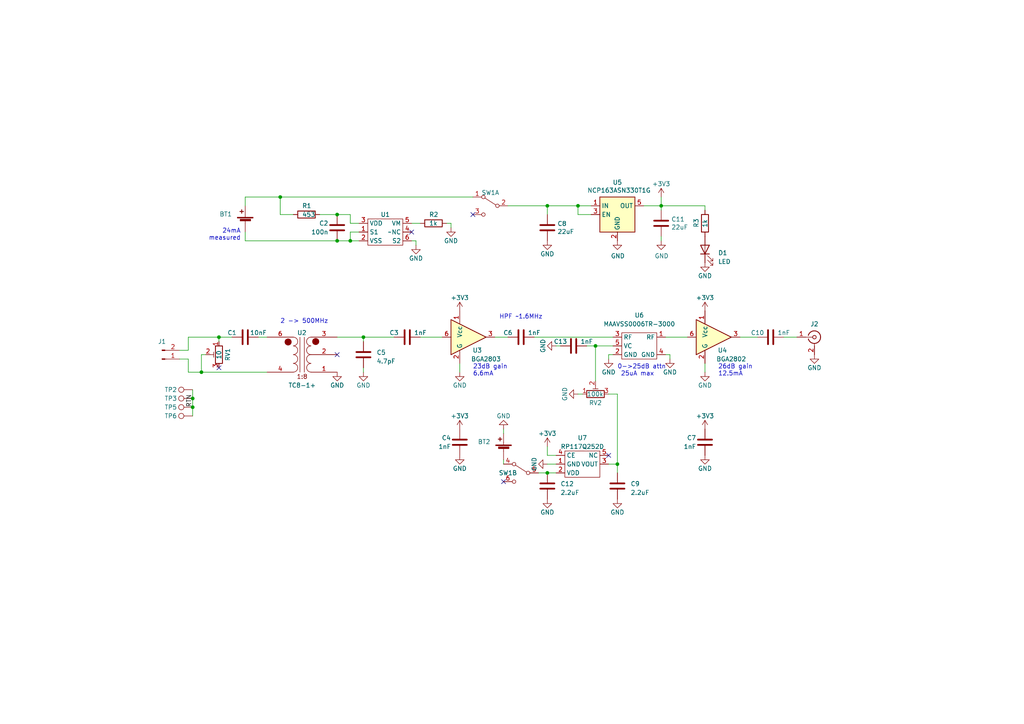
<source format=kicad_sch>
(kicad_sch (version 20230121) (generator eeschema)
  (paper "A4")
  (title_block (date "2023-03-21"))
  (lib_symbols
    (symbol "Connector:Conn_01x02_Pin" (pin_names (offset 1.016) hide)
      (property "Reference" "J" (at 0 2.54 0))
      (property "Value" "Conn_01x02_Pin" (at 0 -5.08 0))
      (symbol "Conn_01x02_Pin_1_1"
        (polyline (pts (xy 1.27 -2.54) (xy 0.8636 -2.54)) (stroke (width 0.1524)))
        (polyline (pts (xy 1.27 0) (xy 0.8636 0)) (stroke (width 0.1524)))
        (rectangle (start 0.8636 -2.413) (end 0 -2.667) (stroke (width 0.1524)) (fill (type outline)))
        (rectangle (start 0.8636 0.127) (end 0 -0.127) (stroke (width 0.1524)) (fill (type outline)))
        (pin passive line (at 5.08 0 180) (length 3.81) (name "Pin_1") (number "1"))
        (pin passive line (at 5.08 -2.54 180) (length 3.81) (name "Pin_2") (number "2"))
      )
    )
    (symbol "Connector:Conn_Coaxial" (pin_names (offset 1.016) hide)
      (property "Reference" "J" (at 0.254 3.048 0))
      (property "Value" "Conn_Coaxial" (at 2.921 0 90))
      (symbol "Conn_Coaxial_0_1"
        (arc (start -1.778 -0.508) (mid 0.2311 -1.8066) (end 1.778 0) (stroke (width 0.254)))
        (polyline (pts (xy -2.54 0) (xy -0.508 0)))
        (polyline (pts (xy 0 -2.54) (xy 0 -1.778)))
        (circle (center 0 0) (radius 0.508) (stroke (width 0.2032)))
        (arc (start 1.778 0) (mid 0.2099 1.8101) (end -1.778 0.508) (stroke (width 0.254)))
      )
      (symbol "Conn_Coaxial_1_1"
        (pin passive line (at -5.08 0 0) (length 2.54) (name "In") (number "1"))
        (pin passive line (at 0 -5.08 90) (length 2.54) (name "Ext") (number "2"))
      )
    )
    (symbol "Connector:TestPoint" (pin_numbers hide) (pin_names (offset 0.762) hide)
      (property "Reference" "TP" (at 0 6.858 0))
      (property "Value" "TestPoint" (at 0 5.08 0))
      (symbol "TestPoint_0_1"
        (circle (center 0 3.302) (radius 0.762))
      )
      (symbol "TestPoint_1_1"
        (pin passive line (at 0 0 90) (length 2.54) (name "1") (number "1"))
      )
    )
    (symbol "Device:Battery_Cell" (pin_numbers hide) (pin_names (offset 0) hide)
      (property "Reference" "BT" (at 2.54 2.54 0))
      (property "Value" "Battery_Cell" (at 2.54 0 0))
      (symbol "Battery_Cell_0_1"
        (rectangle (start -2.286 1.778) (end 2.286 1.524) (fill (type outline)))
        (rectangle (start -1.5748 1.1938) (end 1.4732 0.6858) (fill (type outline)))
        (polyline (pts (xy 0 0.762) (xy 0 0)))
        (polyline (pts (xy 0 1.778) (xy 0 2.54)))
        (polyline (pts (xy 0.508 3.429) (xy 1.524 3.429)) (stroke (width 0.254)))
        (polyline (pts (xy 1.016 3.937) (xy 1.016 2.921)) (stroke (width 0.254)))
      )
      (symbol "Battery_Cell_1_1"
        (pin passive line (at 0 5.08 270) (length 2.54) (name "+") (number "1"))
        (pin passive line (at 0 -2.54 90) (length 2.54) (name "-") (number "2"))
      )
    )
    (symbol "Device:C" (pin_numbers hide) (pin_names (offset 0.254))
      (property "Reference" "C" (at 0.635 2.54 0))
      (property "Value" "C" (at 0.635 -2.54 0))
      (symbol "C_0_1"
        (polyline (pts (xy -2.032 -0.762) (xy 2.032 -0.762)) (stroke (width 0.508)))
        (polyline (pts (xy -2.032 0.762) (xy 2.032 0.762)) (stroke (width 0.508)))
      )
      (symbol "C_1_1"
        (pin passive line (at 0 3.81 270) (length 2.794) (name "~") (number "1"))
        (pin passive line (at 0 -3.81 90) (length 2.794) (name "~") (number "2"))
      )
    )
    (symbol "Device:LED" (pin_numbers hide) (pin_names (offset 1.016) hide)
      (property "Reference" "D" (at 0 2.54 0))
      (property "Value" "LED" (at 0 -2.54 0))
      (symbol "LED_0_1"
        (polyline (pts (xy -1.27 -1.27) (xy -1.27 1.27)) (stroke (width 0.254)))
        (polyline (pts (xy -1.27 0) (xy 1.27 0)))
        (polyline (pts (xy 1.27 -1.27) (xy 1.27 1.27) (xy -1.27 0) (xy 1.27 -1.27)) (stroke (width 0.254)))
        (polyline (pts (xy -3.048 -0.762) (xy -4.572 -2.286) (xy -3.81 -2.286) (xy -4.572 -2.286) (xy -4.572 -1.524)))
        (polyline (pts (xy -1.778 -0.762) (xy -3.302 -2.286) (xy -2.54 -2.286) (xy -3.302 -2.286) (xy -3.302 -1.524)))
      )
      (symbol "LED_1_1"
        (pin passive line (at -3.81 0 0) (length 2.54) (name "K") (number "1"))
        (pin passive line (at 3.81 0 180) (length 2.54) (name "A") (number "2"))
      )
    )
    (symbol "Device:R" (pin_numbers hide) (pin_names (offset 0))
      (property "Reference" "R" (at 2.032 0 90))
      (property "Value" "R" (at 0 0 90))
      (symbol "R_0_1"
        (rectangle (start -1.016 -2.54) (end 1.016 2.54) (stroke (width 0.254)))
      )
      (symbol "R_1_1"
        (pin passive line (at 0 3.81 270) (length 1.27) (name "~") (number "1"))
        (pin passive line (at 0 -3.81 90) (length 1.27) (name "~") (number "2"))
      )
    )
    (symbol "Device:R_Potentiometer_Trim" (pin_names (offset 1.016) hide)
      (property "Reference" "RV" (at -4.445 0 90))
      (property "Value" "R_Potentiometer_Trim" (at -2.54 0 90))
      (symbol "R_Potentiometer_Trim_0_1"
        (polyline (pts (xy 1.524 0.762) (xy 1.524 -0.762)))
        (polyline (pts (xy 2.54 0) (xy 1.524 0)))
        (rectangle (start 1.016 2.54) (end -1.016 -2.54) (stroke (width 0.254)))
      )
      (symbol "R_Potentiometer_Trim_1_1"
        (pin passive line (at 0 3.81 270) (length 1.27) (name "1") (number "1"))
        (pin passive line (at 3.81 0 180) (length 1.27) (name "2") (number "2"))
        (pin passive line (at 0 -3.81 90) (length 1.27) (name "3") (number "3"))
      )
    )
    (symbol "RF_Amplifier:BGA2803"
      (property "Reference" "U" (at 2.54 6.35 0))
      (property "Value" "BGA2803" (at 3.81 3.81 0))
      (symbol "BGA2803_0_1"
        (polyline (pts (xy 5.08 0) (xy -5.08 5.08) (xy -5.08 -5.08) (xy 5.08 0)) (stroke (width 0.254)) (fill (type background)))
      )
      (symbol "BGA2803_1_1"
        (pin power_in line (at -2.54 7.62 270) (length 3.81) (name "Vcc") (number "1"))
        (pin power_in line (at -2.54 -7.62 90) (length 3.81) (name "G") (number "2"))
        (pin output line (at 7.62 0 180) (length 2.54) (name "~") (number "3"))
        (pin passive line (at -2.54 -7.62 90) (length 3.81) hide (name "G") (number "4"))
        (pin passive line (at -2.54 -7.62 90) (length 3.81) hide (name "G") (number "5"))
        (pin input line (at -7.62 0 0) (length 2.54) (name "~") (number "6"))
      )
    )
    (symbol "Regulator_Linear:NCP718xSN330"
      (property "Reference" "U" (at -3.81 6.35 0))
      (property "Value" "NCP718xSN330" (at 6.35 6.35 0))
      (symbol "NCP718xSN330_0_1"
        (rectangle (start -5.08 -5.08) (end 5.08 5.08) (stroke (width 0.254)) (fill (type background)))
        (pin power_in line (at -7.62 2.54 0) (length 2.54) (name "IN") (number "1"))
        (pin power_in line (at 0 -7.62 90) (length 2.54) (name "GND") (number "2"))
        (pin input line (at -7.62 0 0) (length 2.54) (name "EN") (number "3"))
        (pin no_connect line (at 5.08 0 180) (length 2.54) hide (name "NC") (number "4"))
        (pin power_out line (at 7.62 2.54 180) (length 2.54) (name "OUT") (number "5"))
      )
    )
    (symbol "Switch:SW_DPDT_x2" (pin_names (offset 0) hide)
      (property "Reference" "SW" (at 0 4.318 0))
      (property "Value" "SW_DPDT_x2" (at 0 -5.08 0))
      (symbol "SW_DPDT_x2_0_0"
        (circle (center -2.032 0) (radius 0.508))
        (circle (center 2.032 -2.54) (radius 0.508))
      )
      (symbol "SW_DPDT_x2_0_1"
        (polyline (pts (xy -1.524 0.254) (xy 1.651 2.286)))
        (circle (center 2.032 2.54) (radius 0.508))
      )
      (symbol "SW_DPDT_x2_1_1"
        (pin passive line (at 5.08 2.54 180) (length 2.54) (name "A") (number "1"))
        (pin passive line (at -5.08 0 0) (length 2.54) (name "B") (number "2"))
        (pin passive line (at 5.08 -2.54 180) (length 2.54) (name "C") (number "3"))
      )
      (symbol "SW_DPDT_x2_2_1"
        (pin passive line (at 5.08 2.54 180) (length 2.54) (name "A") (number "4"))
        (pin passive line (at -5.08 0 0) (length 2.54) (name "B") (number "5"))
        (pin passive line (at 5.08 -2.54 180) (length 2.54) (name "C") (number "6"))
      )
    )
    (symbol "lib:AP9211"
      (property "Reference" "U?" (at -3.81 5.08 0))
      (symbol "AP9211_0_1"
        (rectangle (start -5.08 3.81) (end 5.08 -3.81))
      )
      (symbol "AP9211_1_1"
        (pin passive line (at -7.62 0 0) (length 2.54) (name "S1") (number "1"))
        (pin passive line (at -7.62 -2.54 0) (length 2.54) (name "VSS") (number "2"))
        (pin passive line (at -7.62 2.54 0) (length 2.54) (name "VDD") (number "3"))
        (pin passive line (at 7.62 0 180) (length 2.54) (name "NC") (number "4"))
        (pin passive line (at 7.62 2.54 180) (length 2.54) (name "VM") (number "5"))
        (pin passive line (at 7.62 -2.54 180) (length 2.54) (name "S2") (number "6"))
      )
    )
    (symbol "lib:MAAVSS0006TR-3000"
      (property "Reference" "U" (at -3.81 5.08 0))
      (property "Value" "MAAVSS0006TR-3000" (at 0 -5.08 0))
      (symbol "MAAVSS0006TR-3000_0_1"
        (rectangle (start -5.08 3.81) (end 5.08 -3.81))
      )
      (symbol "MAAVSS0006TR-3000_1_1"
        (pin bidirectional line (at 7.62 2.54 180) (length 2.54) (name "RF") (number "1"))
        (pin power_in line (at -7.62 -2.54 0) (length 2.54) (name "GND") (number "2"))
        (pin bidirectional line (at -7.62 2.54 0) (length 2.54) (name "RF") (number "3"))
        (pin power_in line (at 7.62 -2.54 180) (length 2.54) (name "GND") (number "4"))
        (pin passive line (at -7.62 0 0) (length 2.54) (name "VC") (number "5"))
      )
    )
    (symbol "lib:RP117Q252D"
      (property "Reference" "U" (at -3.81 5.08 0))
      (property "Value" "RP117Q252D" (at 0 -5.08 0))
      (symbol "RP117Q252D_0_1"
        (rectangle (start -5.08 3.81) (end 5.08 -3.81))
      )
      (symbol "RP117Q252D_1_1"
        (pin passive line (at -7.62 0 0) (length 2.54) (name "GND") (number "1"))
        (pin passive line (at -7.62 -2.54 0) (length 2.54) (name "VDD") (number "2"))
        (pin passive line (at 7.62 0 180) (length 2.54) (name "VOUT") (number "3"))
        (pin passive line (at -7.62 2.54 0) (length 2.54) (name "CE") (number "4"))
        (pin passive line (at 7.62 2.54 180) (length 2.54) (name "NC") (number "5"))
      )
    )
    (symbol "lib:TC8-1+"
      (property "Reference" "U" (at -2.54 7.62 0))
      (symbol "TC8-1+_0_1"
        (arc (start -2.54 -5.0546) (mid -1.6599 -4.6901) (end -1.27 -3.81))
        (arc (start -2.54 -2.5146) (mid -1.6599 -2.1501) (end -1.27 -1.27))
        (arc (start -2.54 0.0254) (mid -1.6599 0.3899) (end -1.27 1.27))
        (arc (start -2.54 2.5654) (mid -1.6599 2.9299) (end -1.27 3.81))
        (arc (start -1.27 -3.81) (mid -1.642 -2.912) (end -2.54 -2.54))
        (arc (start -1.27 -1.27) (mid -1.642 -0.372) (end -2.54 0))
        (arc (start -1.27 1.27) (mid -1.642 2.168) (end -2.54 2.54))
        (arc (start -1.27 3.81) (mid -1.642 4.708) (end -2.54 5.08))
        (polyline (pts (xy -0.635 5.08) (xy -0.635 -5.08)))
        (polyline (pts (xy 0.635 -5.08) (xy 0.635 5.08)))
        (arc (start 1.2954 -1.27) (mid 1.6599 -2.1501) (end 2.54 -2.5146))
        (arc (start 1.2954 1.27) (mid 1.6599 0.3899) (end 2.54 0.0254))
        (arc (start 1.2954 3.81) (mid 1.6599 2.9299) (end 2.54 2.5654))
        (arc (start 1.3208 -3.81) (mid 1.6853 -4.6901) (end 2.5654 -5.0546))
        (arc (start 2.54 0) (mid 1.642 -0.372) (end 1.2954 -1.27))
        (arc (start 2.54 2.54) (mid 1.642 2.168) (end 1.2954 1.27))
        (arc (start 2.54 5.08) (mid 1.642 4.708) (end 1.2954 3.81))
        (arc (start 2.5654 -2.54) (mid 1.6674 -2.912) (end 1.3208 -3.81))
      )
      (symbol "TC8-1+_1_1"
        (circle (center -4.064 3.683) (radius 0.508) (stroke (width 1)))
        (circle (center 3.937 3.81) (radius 0.508) (stroke (width 1)))
        (text "1:8" (at 0 -6.35 0) (effects (font (size 1.27 1.27))))
        (pin passive line (at 10.16 -5.08 180) (length 7.62) (name "") (number "1"))
        (pin passive line (at 10.16 0 180) (length 7.62) (name "") (number "2"))
        (pin passive line (at 10.16 5.08 180) (length 7.62) (name "") (number "3"))
        (pin passive line (at -10.16 -5.08 0) (length 7.62) (name "") (number "4"))
        (pin passive line (at -10.16 5.08 0) (length 7.62) (name "") (number "6"))
      )
    )
    (symbol "power:+3V3" (power) (pin_names (offset 0))
      (property "Value" "+3V3" (at 0 3.556 0))
      (symbol "+3V3_0_1"
        (polyline (pts (xy -0.762 1.27) (xy 0 2.54)))
        (polyline (pts (xy 0 0) (xy 0 2.54)))
        (polyline (pts (xy 0 2.54) (xy 0.762 1.27)))
      )
      (symbol "+3V3_1_1"
        (pin power_in line (at 0 0 90) (length 0) hide (name "+3V3") (number "1"))
      )
    )
    (symbol "power:GND" (power) (pin_names (offset 0))
      (property "Value" "GND" (at 0 -3.81 0))
      (symbol "GND_0_1"
        (polyline (pts (xy 0 0) (xy 0 -1.27) (xy 1.27 -1.27) (xy 0 -2.54) (xy -1.27 -1.27) (xy 0 -1.27)))
      )
      (symbol "GND_1_1"
        (pin power_in line (at 0 0 270) (length 0) hide (name "GND") (number "1"))
      )
    )
  )
  (junction (at 158.75 137.16))
  (junction (at 55.88 115.57))
  (junction (at 58.42 107.95))
  (junction (at 158.75 59.69))
  (junction (at 63.5 97.79))
  (junction (at 97.79 69.85))
  (junction (at 81.28 57.15))
  (junction (at 97.79 62.23))
  (junction (at 167.64 59.69))
  (junction (at 101.6 69.85))
  (junction (at 191.77 59.69))
  (junction (at 55.88 118.11))
  (junction (at 179.07 134.62))
  (junction (at 105.41 97.79))
  (junction (at 172.72 100.33))
  (no_connect (at 137.16 62.23))
  (no_connect (at 97.79 102.87))
  (no_connect (at 146.05 139.7))
  (no_connect (at 176.53 132.08))
  (no_connect (at 119.38 67.31))
  (no_connect (at 63.5 106.68))
  (wire (pts (xy 194.31 102.87) (xy 194.31 104.14)))
  (wire (pts (xy 176.53 114.3) (xy 179.07 114.3)))
  (wire (pts (xy 97.79 62.23) (xy 101.6 62.23)))
  (wire (pts (xy 227.33 97.79) (xy 231.14 97.79)))
  (wire (pts (xy 71.12 69.85) (xy 71.12 67.31)))
  (wire (pts (xy 191.77 69.85) (xy 191.77 68.58)))
  (wire (pts (xy 158.75 134.62) (xy 161.29 134.62)))
  (wire (pts (xy 147.32 59.69) (xy 158.75 59.69)))
  (wire (pts (xy 105.41 97.79) (xy 114.3 97.79)))
  (wire (pts (xy 92.71 62.23) (xy 97.79 62.23)))
  (wire (pts (xy 63.5 97.79) (xy 63.5 99.06)))
  (wire (pts (xy 193.04 102.87) (xy 194.31 102.87)))
  (wire (pts (xy 59.69 102.87) (xy 58.42 102.87)))
  (wire (pts (xy 167.64 62.23) (xy 167.64 59.69)))
  (wire (pts (xy 55.88 115.57) (xy 55.88 118.11)))
  (wire (pts (xy 204.47 60.96) (xy 204.47 59.69)))
  (wire (pts (xy 129.54 64.77) (xy 130.81 64.77)))
  (wire (pts (xy 81.28 57.15) (xy 137.16 57.15)))
  (wire (pts (xy 120.65 69.85) (xy 120.65 71.12)))
  (wire (pts (xy 58.42 102.87) (xy 58.42 107.95)))
  (wire (pts (xy 71.12 69.85) (xy 97.79 69.85)))
  (wire (pts (xy 167.64 59.69) (xy 171.45 59.69)))
  (wire (pts (xy 158.75 132.08) (xy 158.75 129.54)))
  (wire (pts (xy 54.61 97.79) (xy 63.5 97.79)))
  (wire (pts (xy 55.88 113.03) (xy 55.88 115.57)))
  (wire (pts (xy 170.18 100.33) (xy 172.72 100.33)))
  (wire (pts (xy 179.07 134.62) (xy 179.07 137.16)))
  (wire (pts (xy 104.14 67.31) (xy 101.6 67.31)))
  (wire (pts (xy 161.29 132.08) (xy 158.75 132.08)))
  (wire (pts (xy 204.47 105.41) (xy 204.47 107.95)))
  (wire (pts (xy 54.61 101.6) (xy 54.61 97.79)))
  (wire (pts (xy 191.77 59.69) (xy 186.69 59.69)))
  (wire (pts (xy 105.41 106.68) (xy 105.41 107.95)))
  (wire (pts (xy 158.75 59.69) (xy 158.75 62.23)))
  (wire (pts (xy 179.07 114.3) (xy 179.07 134.62)))
  (wire (pts (xy 119.38 64.77) (xy 121.92 64.77)))
  (wire (pts (xy 52.07 101.6) (xy 54.61 101.6)))
  (wire (pts (xy 55.88 118.11) (xy 55.88 120.65)))
  (wire (pts (xy 133.35 105.41) (xy 133.35 107.95)))
  (wire (pts (xy 101.6 67.31) (xy 101.6 69.85)))
  (wire (pts (xy 121.92 97.79) (xy 128.27 97.79)))
  (wire (pts (xy 97.79 69.85) (xy 101.6 69.85)))
  (wire (pts (xy 54.61 107.95) (xy 58.42 107.95)))
  (wire (pts (xy 130.81 64.77) (xy 130.81 66.04)))
  (wire (pts (xy 177.8 102.87) (xy 176.53 102.87)))
  (wire (pts (xy 161.29 100.33) (xy 162.56 100.33)))
  (wire (pts (xy 85.09 62.23) (xy 81.28 62.23)))
  (wire (pts (xy 191.77 60.96) (xy 191.77 59.69)))
  (wire (pts (xy 146.05 124.46) (xy 146.05 125.73)))
  (wire (pts (xy 119.38 69.85) (xy 120.65 69.85)))
  (wire (pts (xy 191.77 59.69) (xy 191.77 57.15)))
  (wire (pts (xy 193.04 97.79) (xy 199.39 97.79)))
  (wire (pts (xy 143.51 97.79) (xy 147.32 97.79)))
  (wire (pts (xy 74.93 97.79) (xy 77.47 97.79)))
  (wire (pts (xy 158.75 137.16) (xy 161.29 137.16)))
  (wire (pts (xy 172.72 110.49) (xy 172.72 100.33)))
  (wire (pts (xy 191.77 59.69) (xy 204.47 59.69)))
  (wire (pts (xy 105.41 97.79) (xy 105.41 99.06)))
  (wire (pts (xy 71.12 57.15) (xy 71.12 59.69)))
  (wire (pts (xy 154.94 97.79) (xy 177.8 97.79)))
  (wire (pts (xy 101.6 64.77) (xy 104.14 64.77)))
  (wire (pts (xy 172.72 100.33) (xy 177.8 100.33)))
  (wire (pts (xy 214.63 97.79) (xy 219.71 97.79)))
  (wire (pts (xy 101.6 62.23) (xy 101.6 64.77)))
  (wire (pts (xy 58.42 107.95) (xy 77.47 107.95)))
  (wire (pts (xy 158.75 59.69) (xy 167.64 59.69)))
  (wire (pts (xy 63.5 97.79) (xy 67.31 97.79)))
  (wire (pts (xy 54.61 104.14) (xy 52.07 104.14)))
  (wire (pts (xy 176.53 102.87) (xy 176.53 104.14)))
  (wire (pts (xy 97.79 97.79) (xy 105.41 97.79)))
  (wire (pts (xy 171.45 62.23) (xy 167.64 62.23)))
  (wire (pts (xy 146.05 133.35) (xy 146.05 134.62)))
  (wire (pts (xy 179.07 134.62) (xy 176.53 134.62)))
  (wire (pts (xy 167.64 114.3) (xy 168.91 114.3)))
  (wire (pts (xy 101.6 69.85) (xy 104.14 69.85)))
  (wire (pts (xy 54.61 107.95) (xy 54.61 104.14)))
  (wire (pts (xy 156.21 137.16) (xy 158.75 137.16)))
  (wire (pts (xy 81.28 62.23) (xy 81.28 57.15)))
  (wire (pts (xy 71.12 57.15) (xy 81.28 57.15)))
  (text "23dB gain\n6.6mA" (at 137.16 109.22 0) (effects (font (size 1.27 1.27)) (justify left bottom)))
  (text "HPF ~1.6MHz" (at 144.78 92.71 0) (effects (font (size 1.27 1.27)) (justify left bottom)))
  (text "0->25dB attn\n 25uA max" (at 179.07 109.22 0) (effects (font (size 1.27 1.27)) (justify left bottom)))
  (text "24mA\nmeasured" (at 69.85 69.85 0) (effects (font (size 1.27 1.27)) (justify right bottom)))
  (text "2 -> 500MHz" (at 81.28 93.98 0) (effects (font (size 1.27 1.27)) (justify left bottom)))
  (text "26dB gain\n12.5mA" (at 208.28 109.22 0) (effects (font (size 1.27 1.27)) (justify left bottom)))
  (label "RTN" (at 55.88 118.11 90))
  (symbol (lib_id "power:+3V3") (at 133.35 90.17 0) (unit 1)
    (property "Reference" "#PWR07" (effects hide))
    (property "Value" "+3V3" (at 133.35 86.36 0))
  )
  (symbol (lib_id "power:GND") (at 204.47 76.2 0) (unit 1)
    (property "Reference" "#PWR011" (effects hide))
    (property "Value" "GND" (at 204.47 80.01 0))
  )
  (symbol (lib_id "Connector:Conn_Coaxial") (at 236.22 97.79 0) (unit 1)
    (property "Reference" "J2" (at 236.22 93.98 0))
    (property "Value" "COAX" (effects hide))
    (property "Footprint" "library:SMA_ALIEXPRESS" (effects hide))
    (property "Datasheet" " ~" (effects hide))
    (property "Field4" "https://www.aliexpress.com/item/1005001943804637.html" (effects hide))
  )
  (symbol (lib_id "Connector:Conn_01x02_Pin") (at 46.99 104.14 0) (mirror x) (unit 1)
    (property "Reference" "J1" (at 46.99 99.06 0))
    (property "Value" "Conn_01x02_Pin" (effects hide))
    (property "Footprint" "Connector_PinHeader_2.54mm:PinHeader_1x02_P2.54mm_Horizontal" (effects hide))
    (property "Field4" "https://www.digikey.com/en/products/detail/amphenol-cs-fci/10129379-902002BLF/7915978" (effects hide))
  )
  (symbol (lib_id "Connector:TestPoint") (at 55.88 120.65 90) (mirror x) (unit 1)
    (property "Reference" "TP6" (at 49.53 120.65 90))
    (property "Value" "TestPoint" (effects hide))
    (property "Footprint" "TestPoint:TestPoint_Pad_2.0x2.0mm" (effects hide))
  )
  (symbol (lib_id "Device:C") (at 133.35 128.27 0) (mirror y) (unit 1)
    (property "Reference" "C4" (at 130.81 127 0) (effects (justify left)))
    (property "Value" "1nF" (at 130.81 129.54 0) (effects (justify left)))
    (property "Footprint" "Capacitor_SMD:C_0402_1005Metric" (effects hide))
    (property "Field4" "https://www.digikey.com/en/products/detail/murata-electronics/GCM155R71H102KA37D/1641635" (effects hide))
  )
  (symbol (lib_id "power:GND") (at 204.47 107.95 0) (unit 1)
    (property "Reference" "#PWR015" (effects hide))
    (property "Value" "GND" (at 204.47 111.76 0))
  )
  (symbol (lib_id "power:+3V3") (at 204.47 90.17 0) (unit 1)
    (property "Reference" "#PWR014" (effects hide))
    (property "Value" "+3V3" (at 204.47 86.36 0))
  )
  (symbol (lib_id "Connector:TestPoint") (at 55.88 113.03 90) (unit 1)
    (property "Reference" "TP2" (at 49.53 113.03 90))
    (property "Value" "TestPoint" (effects hide))
    (property "Footprint" "TestPoint:TestPoint_Pad_2.0x2.0mm" (effects hide))
  )
  (symbol (lib_id "lib:RP117Q252D") (at 168.91 134.62 0) (unit 1)
    (property "Reference" "U7" (at 168.91 127 0))
    (property "Value" "RP117Q252D" (at 168.91 129.54 0))
    (property "Footprint" "Package_TO_SOT_SMD:SOT-353_SC-70-5" (effects hide))
    (property "Field4" "https://www.digikey.com/en/products/detail/nisshinbo-micro-devices-inc/RP117Q252D-TR-FE/10216288" (effects hide))
  )
  (symbol (lib_id "Switch:SW_DPDT_x2") (at 142.24 59.69 0) (mirror y) (unit 1)
    (property "Reference" "SW1" (at 142.24 55.88 0))
    (property "Value" "SW_DPDT_x2" (effects hide))
    (property "Footprint" "Button_Switch_SMD:SW_DPDT_CK_JS202011JCQN" (effects hide))
    (property "Field4" "https://www.digikey.com/en/products/detail/c-k/JS202011JCQN/6137630" (effects hide))
  )
  (symbol (lib_id "Device:C") (at 71.12 97.79 90) (unit 1)
    (property "Reference" "C1" (at 67.31 96.52 90))
    (property "Value" "10nF" (at 74.93 96.52 90))
    (property "Footprint" "Capacitor_SMD:C_0402_1005Metric" (effects hide))
    (property "Field4" "https://www.digikey.com/en/products/detail/murata-electronics/GCM155R71H103KA55D/1641636" (effects hide))
  )
  (symbol (lib_id "power:GND") (at 158.75 134.62 270) (unit 1)
    (property "Reference" "#PWR023" (effects hide))
    (property "Value" "GND" (at 154.94 134.62 0))
  )
  (symbol (lib_id "power:GND") (at 204.47 132.08 0) (unit 1)
    (property "Reference" "#PWR013" (effects hide))
    (property "Value" "GND" (at 204.47 135.89 0))
  )
  (symbol (lib_id "power:+3V3") (at 191.77 57.15 0) (unit 1)
    (property "Reference" "#PWR021" (effects hide))
    (property "Value" "+3V3" (at 191.77 53.34 0))
  )
  (symbol (lib_id "Device:C") (at 166.37 100.33 90) (unit 1)
    (property "Reference" "C13" (at 162.56 99.06 90))
    (property "Value" "1nF" (at 170.18 99.06 90))
    (property "Footprint" "Capacitor_SMD:C_0402_1005Metric" (effects hide))
    (property "Field4" "https://www.digikey.com/en/products/detail/murata-electronics/GCM155R71H102KA37D/1641635" (effects hide))
  )
  (symbol (lib_id "Device:C") (at 204.47 128.27 0) (mirror y) (unit 1)
    (property "Reference" "C7" (at 201.93 127 0) (effects (justify left)))
    (property "Value" "1nF" (at 201.93 129.54 0) (effects (justify left)))
    (property "Footprint" "Capacitor_SMD:C_0402_1005Metric" (effects hide))
    (property "Field4" "https://www.digikey.com/en/products/detail/murata-electronics/GCM155R71H102KA37D/1641635" (effects hide))
  )
  (symbol (lib_id "Device:C") (at 179.07 140.97 0) (unit 1)
    (property "Reference" "C9" (at 182.88 140.335 0) (effects (justify left)))
    (property "Value" "2.2uF" (at 182.88 142.875 0) (effects (justify left)))
    (property "Footprint" "Capacitor_SMD:C_0402_1005Metric" (effects hide))
    (property "Field4" "https://www.digikey.com/en/products/detail/murata-electronics/GRM155R61E225ME11D/4905145" (effects hide))
  )
  (symbol (lib_id "Device:LED") (at 204.47 72.39 90) (unit 1)
    (property "Reference" "D1" (at 208.28 73.3425 90) (effects (justify right)))
    (property "Value" "LED" (at 208.28 75.8825 90) (effects (justify right)))
    (property "Footprint" "LED_SMD:LED_0603_1608Metric" (effects hide))
    (property "Field4" "https://www.digikey.com/en/products/detail/lumex-opto-components-inc/SML-LX0603GW-TR/304359" (effects hide))
  )
  (symbol (lib_id "Switch:SW_DPDT_x2") (at 151.13 137.16 0) (mirror y) (unit 2)
    (property "Reference" "SW1" (at 147.32 137.16 0))
    (property "Value" "SW_DPDT_x2" (effects hide))
    (property "Footprint" "Button_Switch_SMD:SW_DPDT_CK_JS202011JCQN" (effects hide))
    (property "Field4" "https://www.digikey.com/en/products/detail/c-k/JS202011JCQN/6137630" (effects hide))
  )
  (symbol (lib_id "power:GND") (at 167.64 114.3 270) (unit 1)
    (property "Reference" "#PWR018" (effects hide))
    (property "Value" "GND" (at 163.83 114.3 0))
  )
  (symbol (lib_id "Connector:TestPoint") (at 55.88 118.11 90) (mirror x) (unit 1)
    (property "Reference" "TP5" (at 49.53 118.11 90))
    (property "Value" "TestPoint" (effects hide))
    (property "Footprint" "TestPoint:TestPoint_Pad_2.0x2.0mm" (effects hide))
  )
  (symbol (lib_id "power:GND") (at 158.75 69.85 0) (unit 1)
    (property "Reference" "#PWR016" (effects hide))
    (property "Value" "GND" (at 158.75 73.66 0))
  )
  (symbol (lib_id "power:+3V3") (at 158.75 129.54 0) (unit 1)
    (property "Reference" "#PWR024" (effects hide))
    (property "Value" "+3V3" (at 158.75 125.73 0))
  )
  (symbol (lib_id "Regulator_Linear:NCP718xSN330") (at 179.07 62.23 0) (unit 1)
    (property "Reference" "U5" (at 179.07 52.9082 0))
    (property "Value" " NCP163ASN330T1G" (at 179.07 55.2196 0))
    (property "Footprint" "Package_TO_SOT_SMD:SOT-23-5" (effects hide))
    (property "Datasheet" "https://www.onsemi.com/pub/Collateral/NCP718-D.PDF" (effects hide))
    (property "Field4" "https://www.digikey.com/product-detail/en/on-semiconductor/NCP163ASN330T1G/NCP163ASN330T1GOSCT-ND/10233513" (effects hide))
  )
  (symbol (lib_id "Device:Battery_Cell") (at 71.12 64.77 0) (mirror y) (unit 1)
    (property "Reference" "BT1" (at 67.31 62.103 0) (effects (justify left)))
    (property "Value" "Battery_Cell" (effects hide))
    (property "Footprint" "Connector_PinHeader_2.54mm:PinHeader_1x02_P2.54mm_Vertical" (effects hide))
    (property "Field4" "https://www.aliexpress.com/item/1005005084346241.html" (effects hide))
  )
  (symbol (lib_id "Device:C") (at 118.11 97.79 90) (unit 1)
    (property "Reference" "C3" (at 114.3 96.52 90))
    (property "Value" "1nF" (at 121.92 96.52 90))
    (property "Footprint" "Capacitor_SMD:C_0402_1005Metric" (effects hide))
    (property "Field4" "https://www.digikey.com/en/products/detail/murata-electronics/GCM155R71H102KA37D/1641635" (effects hide))
  )
  (symbol (lib_id "power:+3V3") (at 204.47 124.46 0) (unit 1)
    (property "Reference" "#PWR012" (effects hide))
    (property "Value" "+3V3" (at 204.47 120.65 0))
  )
  (symbol (lib_id "Device:C") (at 97.79 66.04 0) (mirror y) (unit 1)
    (property "Reference" "C2" (at 95.25 64.77 0) (effects (justify left)))
    (property "Value" "100n" (at 95.25 67.31 0) (effects (justify left)))
    (property "Footprint" "Capacitor_SMD:C_0402_1005Metric" (effects hide))
    (property "Field4" "https://www.digikey.com/en/products/detail/kyocera-avx/0402YC104KAT2A/3080100" (effects hide))
  )
  (symbol (lib_id "Device:R") (at 204.47 64.77 0) (unit 1)
    (property "Reference" "R3" (at 201.93 66.04 90) (effects (justify left)))
    (property "Value" "1k" (at 204.47 66.04 90) (effects (justify left)))
    (property "Footprint" "Resistor_SMD:R_0402_1005Metric" (effects hide))
    (property "Field4" "https://www.digikey.com/en/products/detail/stackpole-electronics-inc/RMCF0402FT1K00/1761754" (effects hide))
  )
  (symbol (lib_id "Device:C") (at 191.77 64.77 0) (unit 1)
    (property "Reference" "C11" (at 194.691 63.6016 0) (effects (justify left)))
    (property "Value" "22uF" (at 194.691 65.913 0) (effects (justify left)))
    (property "Footprint" "Capacitor_SMD:C_0805_2012Metric" (effects hide))
    (property "Field4" "https://www.digikey.com/product-detail/en/samsung-electro-mechanics/CL21A226MOCLRNC/1276-6780-1-ND/5961639" (effects hide))
  )
  (symbol (lib_id "power:GND") (at 133.35 107.95 0) (unit 1)
    (property "Reference" "#PWR08" (effects hide))
    (property "Value" "GND" (at 133.35 111.76 0))
  )
  (symbol (lib_id "Device:R_Potentiometer_Trim") (at 172.72 114.3 90) (unit 1)
    (property "Reference" "RV2" (at 170.815 116.84 90) (effects (justify right)))
    (property "Value" "100k" (at 170.18 114.3 90) (effects (justify right)))
    (property "Footprint" "Potentiometer_SMD:Potentiometer_Bourns_3314J_Vertical" (effects hide))
    (property "Field4" "https://www.digikey.com/en/products/detail/bourns-inc/3314J-1-104E/86669" (effects hide))
  )
  (symbol (lib_id "lib:TC8-1+") (at 87.63 102.87 0) (unit 1)
    (property "Reference" "U2" (at 87.5665 96.52 0))
    (property "Value" "TC8-1+" (at 87.63 111.76 0))
    (property "Footprint" "library:TC2-72T+" (effects hide))
    (property "Field4" "https://www.digikey.com/en/products/detail/mini-circuits/TC8-1/13926976" (effects hide))
  )
  (symbol (lib_id "Device:C") (at 158.75 66.04 0) (unit 1)
    (property "Reference" "C8" (at 161.671 64.8716 0) (effects (justify left)))
    (property "Value" "22uF" (at 161.671 67.183 0) (effects (justify left)))
    (property "Footprint" "Capacitor_SMD:C_0805_2012Metric" (effects hide))
    (property "Field4" "https://www.digikey.com/product-detail/en/samsung-electro-mechanics/CL21A226MOCLRNC/1276-6780-1-ND/5961639" (effects hide))
  )
  (symbol (lib_id "power:GND") (at 105.41 107.95 0) (unit 1)
    (property "Reference" "#PWR04" (effects hide))
    (property "Value" "GND" (at 105.41 111.76 0))
  )
  (symbol (lib_id "power:GND") (at 194.31 104.14 0) (unit 1)
    (property "Reference" "#PWR09" (effects hide))
    (property "Value" "GND" (at 194.31 107.95 0))
  )
  (symbol (lib_id "lib:AP9211") (at 111.76 67.31 0) (unit 1)
    (property "Reference" "U1" (at 111.76 62.23 0))
    (property "Value" "~" (at 113.03 67.31 0))
    (property "Footprint" "library:UDFN-6-1EP_3x2mm_P0.6mm_EP1.7x1.7mm" (effects hide))
    (property "Field4" "https://www.digikey.com/en/products/detail/diodes-incorporated/AP9211SA-AH-HAC-7/5126828" (effects hide))
  )
  (symbol (lib_id "Device:Battery_Cell") (at 146.05 130.81 0) (mirror y) (unit 1)
    (property "Reference" "BT2" (at 142.24 128.143 0) (effects (justify left)))
    (property "Value" "Battery_Cell" (effects hide))
    (property "Footprint" "library:CR1220_THZ_HOLDER" (effects hide))
    (property "Field4" "https://www.aliexpress.com/item/1005005296534801.html" (effects hide))
  )
  (symbol (lib_id "Device:R") (at 125.73 64.77 270) (unit 1)
    (property "Reference" "R2" (at 124.46 62.23 90) (effects (justify left)))
    (property "Value" "1k" (at 124.46 64.77 90) (effects (justify left)))
    (property "Footprint" "Resistor_SMD:R_0402_1005Metric" (effects hide))
    (property "Field4" "https://www.digikey.com/en/products/detail/stackpole-electronics-inc/RMCF0402FT1K00/1761754" (effects hide))
  )
  (symbol (lib_id "power:GND") (at 120.65 71.12 0) (unit 1)
    (property "Reference" "#PWR01" (effects hide))
    (property "Value" "GND" (at 120.65 74.93 0))
  )
  (symbol (lib_id "Device:C") (at 105.41 102.87 0) (unit 1)
    (property "Reference" "C5" (at 109.22 102.235 0) (effects (justify left)))
    (property "Value" "4.7pF" (at 109.22 104.775 0) (effects (justify left)))
    (property "Footprint" "Capacitor_SMD:C_0402_1005Metric" (effects hide))
    (property "Field4" "https://www.digikey.com/en/products/detail/murata-electronics/GRM1555C1H4R7CA01D/3175193" (effects hide))
  )
  (symbol (lib_id "Device:C") (at 158.75 140.97 0) (unit 1)
    (property "Reference" "C12" (at 162.56 140.335 0) (effects (justify left)))
    (property "Value" "2.2uF" (at 162.56 142.875 0) (effects (justify left)))
    (property "Footprint" "Capacitor_SMD:C_0402_1005Metric" (effects hide))
    (property "Field4" "https://www.digikey.com/en/products/detail/murata-electronics/GRM155R61E225ME11D/4905145" (effects hide))
  )
  (symbol (lib_id "power:GND") (at 179.07 69.85 0) (unit 1)
    (property "Reference" "#PWR019" (effects hide))
    (property "Value" "GND" (at 179.197 74.2442 0))
  )
  (symbol (lib_id "Device:R") (at 88.9 62.23 270) (unit 1)
    (property "Reference" "R1" (at 87.63 59.69 90) (effects (justify left)))
    (property "Value" "453 " (at 87.63 62.23 90) (effects (justify left)))
    (property "Footprint" "Resistor_SMD:R_0402_1005Metric" (effects hide))
    (property "Field4" "https://www.digikey.com/en/products/detail/yageo/RC0402FR-07453RL/5281025" (effects hide))
  )
  (symbol (lib_id "Device:C") (at 151.13 97.79 90) (unit 1)
    (property "Reference" "C6" (at 147.32 96.52 90))
    (property "Value" "1nF" (at 154.94 96.52 90))
    (property "Footprint" "Capacitor_SMD:C_0402_1005Metric" (effects hide))
    (property "Field4" "https://www.digikey.com/en/products/detail/murata-electronics/GCM155R71H102KA37D/1641635" (effects hide))
  )
  (symbol (lib_id "lib:MAAVSS0006TR-3000") (at 185.42 100.33 0) (unit 1)
    (property "Reference" "U6" (at 185.42 91.44 0))
    (property "Value" "MAAVSS0006TR-3000" (at 185.42 93.98 0))
    (property "Footprint" "library:SOT25" (effects hide))
    (property "Field4" "https://www.digikey.com/en/products/detail/macom-technology-solutions/MAAVSS0006TR-3000/4429716" (effects hide))
  )
  (symbol (lib_id "power:GND") (at 176.53 104.14 0) (unit 1)
    (property "Reference" "#PWR010" (effects hide))
    (property "Value" "GND" (at 176.53 107.95 0))
  )
  (symbol (lib_id "power:GND") (at 97.79 107.95 0) (unit 1)
    (property "Reference" "#PWR02" (effects hide))
    (property "Value" "GND" (at 97.79 111.76 0))
  )
  (symbol (lib_id "power:+3V3") (at 133.35 124.46 0) (unit 1)
    (property "Reference" "#PWR05" (effects hide))
    (property "Value" "+3V3" (at 133.35 120.65 0))
  )
  (symbol (lib_id "Device:R_Potentiometer_Trim") (at 63.5 102.87 0) (mirror y) (unit 1)
    (property "Reference" "RV1" (at 66.04 100.965 90) (effects (justify right)))
    (property "Value" "10" (at 63.5 101.6 90) (effects (justify right)))
    (property "Footprint" "Potentiometer_SMD:Potentiometer_Bourns_3314J_Vertical" (effects hide))
    (property "Field4" "https://www.digikey.com/en/products/detail/bourns-inc/3314J-1-100E/1817558" (effects hide))
  )
  (symbol (lib_id "RF_Amplifier:BGA2803") (at 135.89 97.79 0) (unit 1)
    (property "Reference" "U3" (at 138.43 101.6 0))
    (property "Value" "BGA2803" (at 140.97 104.14 0))
    (property "Footprint" "Package_TO_SOT_SMD:SOT-363_SC-70-6" (effects hide))
    (property "Datasheet" "https://www.nxp.com/docs/en/data-sheet/BGA2803.pdf" (effects hide))
    (property "Field4" "https://www.digikey.com/en/products/detail/nxp-usa-inc/BGA2803-115/2606168" (effects hide))
  )
  (symbol (lib_id "Device:C") (at 223.52 97.79 90) (unit 1)
    (property "Reference" "C10" (at 219.71 96.52 90))
    (property "Value" "1nF" (at 227.33 96.52 90))
    (property "Footprint" "Capacitor_SMD:C_0402_1005Metric" (effects hide))
    (property "Field4" "https://www.digikey.com/en/products/detail/murata-electronics/GCM155R71H102KA37D/1641635" (effects hide))
  )
  (symbol (lib_id "RF_Amplifier:BGA2803") (at 207.01 97.79 0) (unit 1)
    (property "Reference" "U4" (at 209.55 101.6 0))
    (property "Value" "BGA2802" (at 212.09 104.14 0))
    (property "Footprint" "Package_TO_SOT_SMD:SOT-363_SC-70-6" (effects hide))
    (property "Field4" "https://www.digikey.com/en/products/detail/nxp-usa-inc/BGA2802-115/2606167" (effects hide))
  )
  (symbol (lib_id "power:GND") (at 179.07 144.78 0) (unit 1)
    (property "Reference" "#PWR025" (effects hide))
    (property "Value" "GND" (at 179.07 148.59 0))
  )
  (symbol (lib_id "power:GND") (at 130.81 66.04 0) (unit 1)
    (property "Reference" "#PWR03" (effects hide))
    (property "Value" "GND" (at 130.81 69.85 0))
  )
  (symbol (lib_id "power:GND") (at 161.29 100.33 270) (unit 1)
    (property "Reference" "#PWR027" (effects hide))
    (property "Value" "GND" (at 157.48 100.33 0))
  )
  (symbol (lib_id "power:GND") (at 133.35 132.08 0) (unit 1)
    (property "Reference" "#PWR06" (effects hide))
    (property "Value" "GND" (at 133.35 135.89 0))
  )
  (symbol (lib_id "power:GND") (at 158.75 144.78 0) (unit 1)
    (property "Reference" "#PWR026" (effects hide))
    (property "Value" "GND" (at 158.75 148.59 0))
  )
  (symbol (lib_id "power:GND") (at 236.22 102.87 0) (unit 1)
    (property "Reference" "#PWR020" (effects hide))
    (property "Value" "GND" (at 236.22 106.68 0))
  )
  (symbol (lib_id "power:GND") (at 191.77 69.85 0) (unit 1)
    (property "Reference" "#PWR022" (effects hide))
    (property "Value" "GND" (at 191.897 74.2442 0))
  )
  (symbol (lib_id "Connector:TestPoint") (at 55.88 115.57 90) (mirror x) (unit 1)
    (property "Reference" "TP3" (at 49.53 115.57 90))
    (property "Value" "TestPoint" (effects hide))
    (property "Footprint" "TestPoint:TestPoint_Pad_2.0x2.0mm" (effects hide))
  )
  (symbol (lib_id "power:GND") (at 146.05 124.46 180) (unit 1)
    (property "Reference" "#PWR017" (effects hide))
    (property "Value" "GND" (at 146.05 120.65 0))
  )
)
</source>
